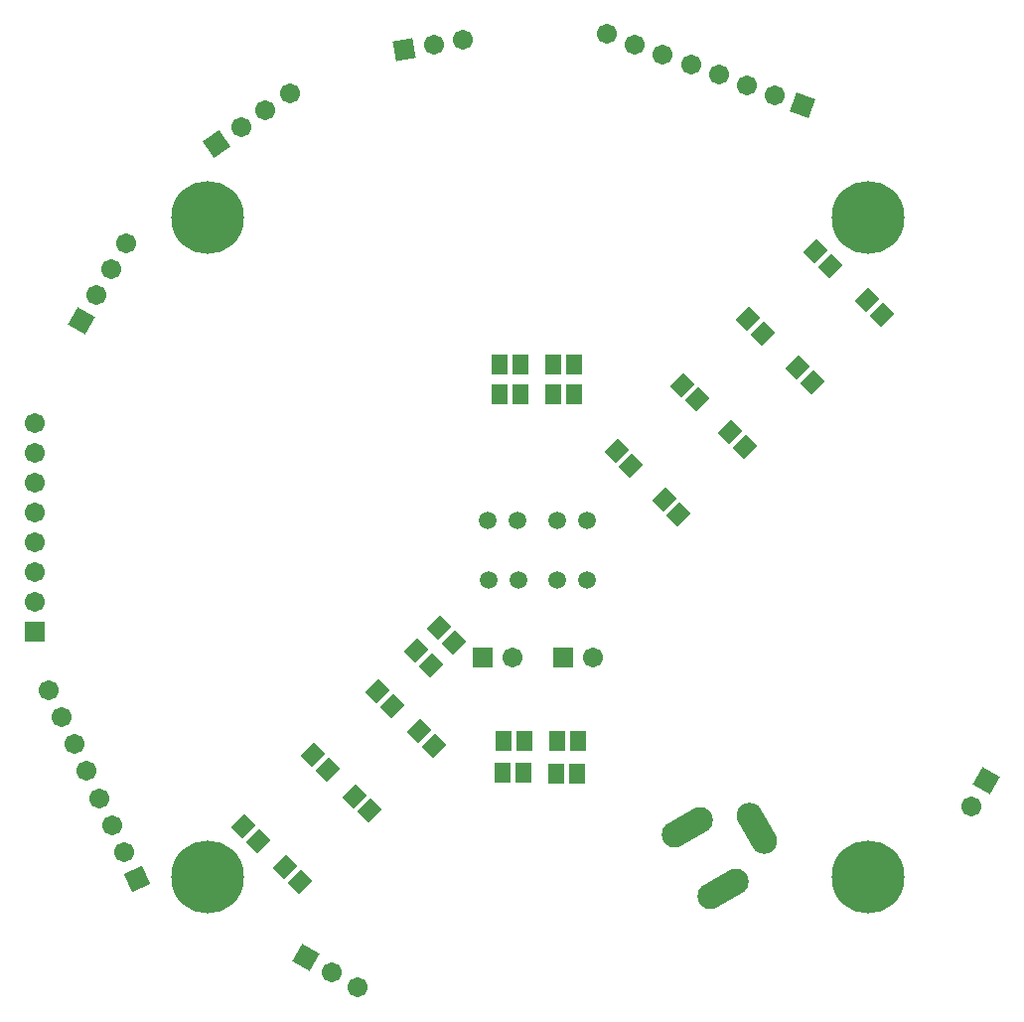
<source format=gts>
G04 Layer_Color=8388736*
%FSLAX25Y25*%
%MOIN*%
G70*
G01*
G75*
G04:AMPARAMS|DCode=50|XSize=53.67mil|YSize=65.87mil|CornerRadius=0mil|HoleSize=0mil|Usage=FLASHONLY|Rotation=315.000|XOffset=0mil|YOffset=0mil|HoleType=Round|Shape=Rectangle|*
%AMROTATEDRECTD50*
4,1,4,-0.04227,-0.00432,0.00432,0.04227,0.04227,0.00432,-0.00432,-0.04227,-0.04227,-0.00432,0.0*
%
%ADD50ROTATEDRECTD50*%

%ADD51R,0.05367X0.06587*%
%ADD52C,0.05918*%
%ADD53C,0.24422*%
%ADD54C,0.06706*%
%ADD55R,0.06706X0.06706*%
G04:AMPARAMS|DCode=56|XSize=185.17mil|YSize=86.74mil|CornerRadius=0mil|HoleSize=0mil|Usage=FLASHONLY|Rotation=300.000|XOffset=0mil|YOffset=0mil|HoleType=Round|Shape=Round|*
%AMOVALD56*
21,1,0.09843,0.08674,0.00000,0.00000,300.0*
1,1,0.08674,-0.02461,0.04262*
1,1,0.08674,0.02461,-0.04262*
%
%ADD56OVALD56*%

G04:AMPARAMS|DCode=57|XSize=185.17mil|YSize=86.74mil|CornerRadius=0mil|HoleSize=0mil|Usage=FLASHONLY|Rotation=210.000|XOffset=0mil|YOffset=0mil|HoleType=Round|Shape=Round|*
%AMOVALD57*
21,1,0.09843,0.08674,0.00000,0.00000,210.0*
1,1,0.08674,0.04262,0.02461*
1,1,0.08674,-0.04262,-0.02461*
%
%ADD57OVALD57*%

%ADD58P,0.09483X4X285.0*%
%ADD59P,0.09483X4X195.0*%
%ADD60P,0.09483X4X160.0*%
%ADD61R,0.06706X0.06706*%
%ADD62P,0.09483X4X80.0*%
%ADD63P,0.09483X4X55.0*%
%ADD64P,0.09483X4X205.0*%
D50*
X208978Y205022D02*
D03*
X204022Y209978D02*
D03*
X226178Y188922D02*
D03*
X221222Y193878D02*
D03*
X202878Y166222D02*
D03*
X197922Y171178D02*
D03*
X186378Y182422D02*
D03*
X181422Y187378D02*
D03*
X164178Y160322D02*
D03*
X159222Y165278D02*
D03*
X180178Y144422D02*
D03*
X175222Y149378D02*
D03*
X142078Y138122D02*
D03*
X137122Y143078D02*
D03*
X158078Y121922D02*
D03*
X153122Y126878D02*
D03*
X82478Y78922D02*
D03*
X77522Y83878D02*
D03*
X70022Y76178D02*
D03*
X74978Y71222D02*
D03*
X61778Y57622D02*
D03*
X56822Y62578D02*
D03*
X75878Y44022D02*
D03*
X70922Y48978D02*
D03*
X54278Y22322D02*
D03*
X49322Y27278D02*
D03*
X35422Y40978D02*
D03*
X40378Y36022D02*
D03*
X16778Y12122D02*
D03*
X11822Y17078D02*
D03*
X26022Y3378D02*
D03*
X30978Y-1578D02*
D03*
D51*
X97996Y172300D02*
D03*
X105004D02*
D03*
X97996Y162100D02*
D03*
X105004D02*
D03*
X122904Y162100D02*
D03*
X115896D02*
D03*
X123004Y172200D02*
D03*
X115996D02*
D03*
X98996Y35100D02*
D03*
X106004D02*
D03*
X124004Y34900D02*
D03*
X116996D02*
D03*
X124104Y45800D02*
D03*
X117096D02*
D03*
X106204Y45700D02*
D03*
X99196D02*
D03*
D52*
X127400Y119800D02*
D03*
X117400D02*
D03*
X94100Y99700D02*
D03*
X104100D02*
D03*
X94000Y119900D02*
D03*
X104000D02*
D03*
X127300Y99700D02*
D03*
X117300D02*
D03*
D53*
X221500Y221600D02*
D03*
X-100D02*
D03*
X0Y0D02*
D03*
X221500D02*
D03*
D54*
X102400Y73700D02*
D03*
X129400D02*
D03*
X256200Y23840D02*
D03*
X41600Y-32000D02*
D03*
X50260Y-37000D02*
D03*
X-53283Y62841D02*
D03*
X-49057Y53778D02*
D03*
X-44831Y44715D02*
D03*
X-40605Y35652D02*
D03*
X-36379Y26589D02*
D03*
X-32152Y17526D02*
D03*
X-27926Y8463D02*
D03*
X-58200Y152500D02*
D03*
Y142500D02*
D03*
Y132500D02*
D03*
Y122500D02*
D03*
Y112500D02*
D03*
Y102500D02*
D03*
Y92500D02*
D03*
X-27500Y212781D02*
D03*
X-32500Y204120D02*
D03*
X-37500Y195460D02*
D03*
X27575Y263207D02*
D03*
X19383Y257471D02*
D03*
X11191Y251736D02*
D03*
X75848Y279436D02*
D03*
X85696Y281173D02*
D03*
X133922Y283041D02*
D03*
X143318Y279621D02*
D03*
X152715Y276201D02*
D03*
X162112Y272781D02*
D03*
X171509Y269361D02*
D03*
X180906Y265940D02*
D03*
X190303Y262520D02*
D03*
D55*
X92400Y73700D02*
D03*
X119400D02*
D03*
D56*
X184121Y16544D02*
D03*
D57*
X172800Y-3849D02*
D03*
X160800Y16936D02*
D03*
D58*
X261200Y32500D02*
D03*
X-42500Y186800D02*
D03*
D59*
X32940Y-27000D02*
D03*
D60*
X-23700Y-600D02*
D03*
D61*
X-58200Y82500D02*
D03*
D62*
X3000Y246000D02*
D03*
D63*
X66000Y277700D02*
D03*
D64*
X199700Y259100D02*
D03*
M02*

</source>
